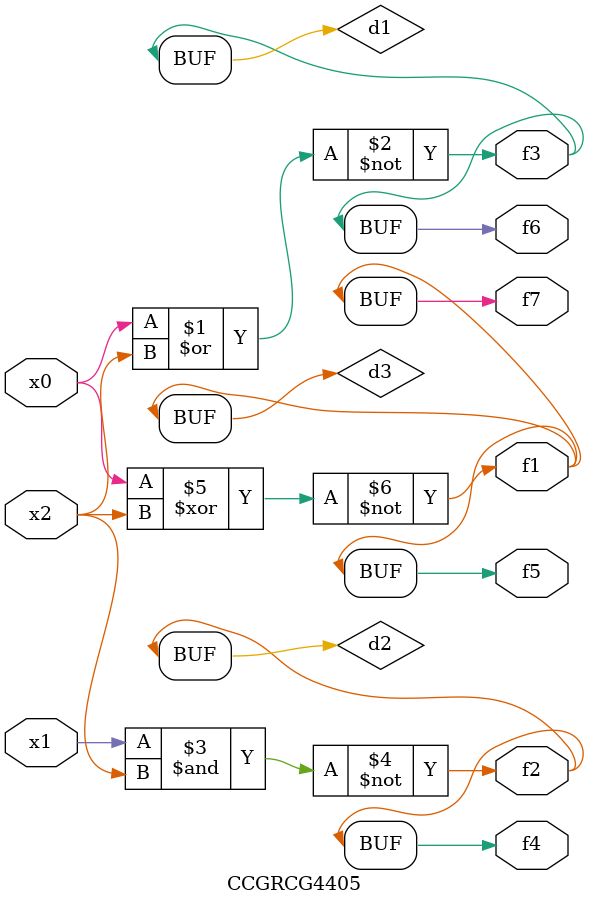
<source format=v>
module CCGRCG4405(
	input x0, x1, x2,
	output f1, f2, f3, f4, f5, f6, f7
);

	wire d1, d2, d3;

	nor (d1, x0, x2);
	nand (d2, x1, x2);
	xnor (d3, x0, x2);
	assign f1 = d3;
	assign f2 = d2;
	assign f3 = d1;
	assign f4 = d2;
	assign f5 = d3;
	assign f6 = d1;
	assign f7 = d3;
endmodule

</source>
